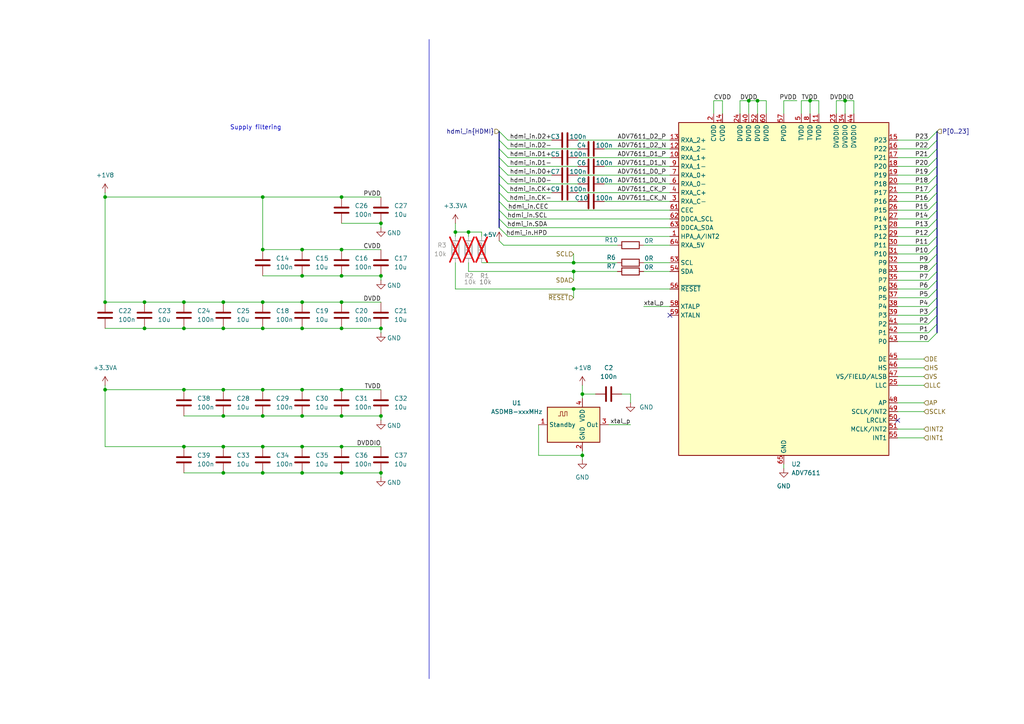
<source format=kicad_sch>
(kicad_sch (version 20231120) (generator "eeschema") (generator_version "8.0")
  (paper "A4")
  (lib_symbols
    (symbol "test_project:C" (pin_numbers hide) (pin_names (offset 0.254))
      (property "Reference" "C" (at 0.635 2.54 0))
      (property "Value" "C" (at 0.635 -2.54 0))
      (symbol "C_0_1"
        (polyline (pts (xy -2.032 -0.762) (xy 2.032 -0.762)) (stroke (width 0.508)))
        (polyline (pts (xy -2.032 0.762) (xy 2.032 0.762)) (stroke (width 0.508)))
      )
      (symbol "C_1_1"
        (pin passive line (at 0 3.81 270) (length 2.794) (name "~") (number "1"))
        (pin passive line (at 0 -3.81 90) (length 2.794) (name "~") (number "2"))
      )
    )
    (symbol "test_project:R" (pin_numbers hide) (pin_names (offset 0))
      (property "Reference" "R" (at 2.032 0 90))
      (property "Value" "R" (at 0 0 90))
      (symbol "R_0_1"
        (rectangle (start -1.016 -2.54) (end 1.016 2.54) (stroke (width 0.254)))
      )
      (symbol "R_1_1"
        (pin passive line (at 0 3.81 270) (length 1.27) (name "~") (number "1"))
        (pin passive line (at 0 -3.81 90) (length 1.27) (name "~") (number "2"))
      )
    )
    (symbol "test_project:ADV7611"
      (property "Reference" "U" (at -30.48 49.53 0))
      (property "Value" "ADV7611" (at 30.48 49.53 0))
      (symbol "ADV7611_0_1"
        (rectangle (start -30.48 48.26) (end 30.48 -48.26) (stroke (width 0.254)) (fill (type background)))
      )
      (symbol "ADV7611_1_1"
        (pin bidirectional line (at -33.02 15.24 0) (length 2.54) (name "HPA_A/INT2") (number "1"))
        (pin input line (at -33.02 38.1 0) (length 2.54) (name "RXA_1+") (number "10"))
        (pin power_in line (at 10.16 50.8 270) (length 2.54) (name "TVDD") (number "11"))
        (pin input line (at -33.02 40.64 0) (length 2.54) (name "RXA_2-") (number "12"))
        (pin input line (at -33.02 43.18 0) (length 2.54) (name "RXA_2+") (number "13"))
        (pin power_in line (at -17.78 50.8 270) (length 2.54) (name "CVDD") (number "14"))
        (pin output line (at 33.02 43.18 180) (length 2.54) (name "P23") (number "15"))
        (pin output line (at 33.02 40.64 180) (length 2.54) (name "P22") (number "16"))
        (pin output line (at 33.02 38.1 180) (length 2.54) (name "P21") (number "17"))
        (pin output line (at 33.02 35.56 180) (length 2.54) (name "P20") (number "18"))
        (pin output line (at 33.02 33.02 180) (length 2.54) (name "P19") (number "19"))
        (pin power_in line (at -20.32 50.8 270) (length 2.54) (name "CVDD") (number "2"))
        (pin output line (at 33.02 30.48 180) (length 2.54) (name "P18") (number "20"))
        (pin output line (at 33.02 27.94 180) (length 2.54) (name "P17") (number "21"))
        (pin output line (at 33.02 25.4 180) (length 2.54) (name "P16") (number "22"))
        (pin power_in line (at 15.24 50.8 270) (length 2.54) (name "DVDDIO") (number "23"))
        (pin power_in line (at -12.7 50.8 270) (length 2.54) (name "DVDD") (number "24"))
        (pin output line (at 33.02 -27.94 180) (length 2.54) (name "LLC") (number "25"))
        (pin output line (at 33.02 22.86 180) (length 2.54) (name "P15") (number "26"))
        (pin output line (at 33.02 20.32 180) (length 2.54) (name "P14") (number "27"))
        (pin output line (at 33.02 17.78 180) (length 2.54) (name "P13") (number "28"))
        (pin output line (at 33.02 15.24 180) (length 2.54) (name "P12") (number "29"))
        (pin input line (at -33.02 25.4 0) (length 2.54) (name "RXA_C-") (number "3"))
        (pin output line (at 33.02 12.7 180) (length 2.54) (name "P11") (number "30"))
        (pin output line (at 33.02 10.16 180) (length 2.54) (name "P10") (number "31"))
        (pin output line (at 33.02 7.62 180) (length 2.54) (name "P9") (number "32"))
        (pin output line (at 33.02 5.08 180) (length 2.54) (name "P8") (number "33"))
        (pin power_in line (at 17.78 50.8 270) (length 2.54) (name "DVDDIO") (number "34"))
        (pin output line (at 33.02 2.54 180) (length 2.54) (name "P7") (number "35"))
        (pin output line (at 33.02 0 180) (length 2.54) (name "P6") (number "36"))
        (pin output line (at 33.02 -2.54 180) (length 2.54) (name "P5") (number "37"))
        (pin output line (at 33.02 -5.08 180) (length 2.54) (name "P4") (number "38"))
        (pin output line (at 33.02 -7.62 180) (length 2.54) (name "P3") (number "39"))
        (pin input line (at -33.02 27.94 0) (length 2.54) (name "RXA_C+") (number "4"))
        (pin power_in line (at -10.16 50.8 270) (length 2.54) (name "DVDD") (number "40"))
        (pin output line (at 33.02 -10.16 180) (length 2.54) (name "P2") (number "41"))
        (pin output line (at 33.02 -12.7 180) (length 2.54) (name "P1") (number "42"))
        (pin output line (at 33.02 -15.24 180) (length 2.54) (name "P0") (number "43"))
        (pin power_in line (at 20.32 50.8 270) (length 2.54) (name "DVDDIO") (number "44"))
        (pin output line (at 33.02 -20.32 180) (length 2.54) (name "DE") (number "45"))
        (pin output line (at 33.02 -22.86 180) (length 2.54) (name "HS") (number "46"))
        (pin bidirectional line (at 33.02 -25.4 180) (length 2.54) (name "VS/FIELD/ALSB") (number "47"))
        (pin output line (at 33.02 -33.02 180) (length 2.54) (name "AP") (number "48"))
        (pin output line (at 33.02 -35.56 180) (length 2.54) (name "SCLK/INT2") (number "49"))
        (pin power_in line (at 5.08 50.8 270) (length 2.54) (name "TVDD") (number "5"))
        (pin output line (at 33.02 -38.1 180) (length 2.54) (name "LRCLK") (number "50"))
        (pin output line (at 33.02 -40.64 180) (length 2.54) (name "MCLK/INT2") (number "51"))
        (pin power_in line (at -7.62 50.8 270) (length 2.54) (name "DVDD") (number "52"))
        (pin input line (at -33.02 7.62 0) (length 2.54) (name "SCL") (number "53"))
        (pin bidirectional line (at -33.02 5.08 0) (length 2.54) (name "SDA") (number "54"))
        (pin output line (at 33.02 -43.18 180) (length 2.54) (name "INT1") (number "55"))
        (pin input line (at -33.02 0 0) (length 2.54) (name "~{RESET}") (number "56"))
        (pin power_in line (at 0 50.8 270) (length 2.54) (name "PVDD") (number "57"))
        (pin input line (at -33.02 -5.08 0) (length 2.54) (name "XTALP") (number "58"))
        (pin input line (at -33.02 -7.62 0) (length 2.54) (name "XTALN") (number "59"))
        (pin input line (at -33.02 30.48 0) (length 2.54) (name "RXA_0-") (number "6"))
        (pin power_in line (at -5.08 50.8 270) (length 2.54) (name "DVDD") (number "60"))
        (pin bidirectional line (at -33.02 22.86 0) (length 2.54) (name "CEC") (number "61"))
        (pin input line (at -33.02 20.32 0) (length 2.54) (name "DDCA_SCL") (number "62"))
        (pin bidirectional line (at -33.02 17.78 0) (length 2.54) (name "DDCA_SDA") (number "63"))
        (pin input line (at -33.02 12.7 0) (length 2.54) (name "RXA_5V") (number "64"))
        (pin power_in line (at 0 -50.8 90) (length 2.54) (name "GND") (number "65"))
        (pin input line (at -33.02 33.02 0) (length 2.54) (name "RXA_0+") (number "7"))
        (pin power_in line (at 7.62 50.8 270) (length 2.54) (name "TVDD") (number "8"))
        (pin input line (at -33.02 35.56 0) (length 2.54) (name "RXA_1-") (number "9"))
      )
    )
    (symbol "test_project:ASDMB-xxxMHz"
      (property "Reference" "U" (at -6.35 6.35 0))
      (property "Value" "ASDMB-xxxMHz" (at 11.43 6.35 0))
      (symbol "ASDMB-xxxMHz_1_1"
        (rectangle (start -7.62 5.08) (end 7.62 -5.08) (stroke (width 0.254)) (fill (type background)))
        (polyline (pts (xy -4.445 2.54) (xy -3.81 2.54) (xy -3.81 3.81) (xy -3.175 3.81) (xy -3.175 2.54) (xy -2.54 2.54) (xy -2.54 3.81) (xy -1.905 3.81) (xy -1.905 2.54)))
        (pin input line (at -10.16 0 0) (length 2.54) (name "Standby") (number "1"))
        (pin power_in line (at 2.54 -7.62 90) (length 2.54) (name "GND") (number "2"))
        (pin output line (at 10.16 0 180) (length 2.54) (name "Out") (number "3"))
        (pin power_in line (at 2.54 7.62 270) (length 2.54) (name "VDD") (number "4"))
      )
    )
    (symbol "test_project:+1V8" (power) (pin_numbers hide) (pin_names (offset 0) hide)
      (property "Value" "+1V8" (at 0 3.556 0))
      (symbol "+1V8_0_1"
        (polyline (pts (xy -0.762 1.27) (xy 0 2.54)))
        (polyline (pts (xy 0 0) (xy 0 2.54)))
        (polyline (pts (xy 0 2.54) (xy 0.762 1.27)))
      )
      (symbol "+1V8_1_1"
        (pin power_in line (at 0 0 90) (length 0) (name "~") (number "1"))
      )
    )
    (symbol "test_project:+3.3VA" (power) (pin_numbers hide) (pin_names (offset 0) hide)
      (property "Value" "+3.3VA" (at 0 3.556 0))
      (symbol "+3.3VA_0_1"
        (polyline (pts (xy -0.762 1.27) (xy 0 2.54)))
        (polyline (pts (xy 0 0) (xy 0 2.54)))
        (polyline (pts (xy 0 2.54) (xy 0.762 1.27)))
      )
      (symbol "+3.3VA_1_1"
        (pin power_in line (at 0 0 90) (length 0) (name "~") (number "1"))
      )
    )
    (symbol "test_project:+5V" (power) (pin_numbers hide) (pin_names (offset 0) hide)
      (property "Value" "+5V" (at 0 3.556 0))
      (symbol "+5V_0_1"
        (polyline (pts (xy -0.762 1.27) (xy 0 2.54)))
        (polyline (pts (xy 0 0) (xy 0 2.54)))
        (polyline (pts (xy 0 2.54) (xy 0.762 1.27)))
      )
      (symbol "+5V_1_1"
        (pin power_in line (at 0 0 90) (length 0) (name "~") (number "1"))
      )
    )
    (symbol "test_project:GND" (power) (pin_numbers hide) (pin_names (offset 0) hide)
      (property "Value" "GND" (at 0 -3.81 0))
      (symbol "GND_0_1"
        (polyline (pts (xy 0 0) (xy 0 -1.27) (xy 1.27 -1.27) (xy 0 -2.54) (xy -1.27 -1.27) (xy 0 -1.27)))
      )
      (symbol "GND_1_1"
        (pin power_in line (at 0 0 270) (length 0) (name "~") (number "1"))
      )
    )
  )
  (junction (at 87.63 137.16))
  (junction (at 41.91 87.63))
  (junction (at 76.2 120.65))
  (junction (at 87.63 113.03))
  (junction (at 87.63 95.25))
  (junction (at 41.91 95.25))
  (junction (at 166.37 76.2))
  (junction (at 245.11 29.21))
  (junction (at 132.08 67.31))
  (junction (at 110.49 64.77))
  (junction (at 30.48 57.15))
  (junction (at 168.91 114.3))
  (junction (at 166.37 83.82))
  (junction (at 64.77 95.25))
  (junction (at 166.37 78.74))
  (junction (at 110.49 137.16))
  (junction (at 99.06 113.03))
  (junction (at 30.48 113.03))
  (junction (at 168.91 132.08))
  (junction (at 99.06 72.39))
  (junction (at 99.06 80.01))
  (junction (at 99.06 95.25))
  (junction (at 64.77 129.54))
  (junction (at 30.48 87.63))
  (junction (at 76.2 87.63))
  (junction (at 87.63 120.65))
  (junction (at 234.95 29.21))
  (junction (at 76.2 129.54))
  (junction (at 64.77 120.65))
  (junction (at 53.34 113.03))
  (junction (at 76.2 95.25))
  (junction (at 64.77 137.16))
  (junction (at 53.34 95.25))
  (junction (at 87.63 80.01))
  (junction (at 99.06 120.65))
  (junction (at 76.2 113.03))
  (junction (at 53.34 129.54))
  (junction (at 99.06 57.15))
  (junction (at 217.17 29.21))
  (junction (at 64.77 113.03))
  (junction (at 87.63 129.54))
  (junction (at 76.2 72.39))
  (junction (at 110.49 95.25))
  (junction (at 99.06 87.63))
  (junction (at 110.49 80.01))
  (junction (at 76.2 137.16))
  (junction (at 99.06 129.54))
  (junction (at 135.89 67.31))
  (junction (at 64.77 87.63))
  (junction (at 53.34 87.63))
  (junction (at 76.2 57.15))
  (junction (at 219.71 29.21))
  (junction (at 87.63 72.39))
  (junction (at 87.63 87.63))
  (junction (at 99.06 137.16))
  (junction (at 110.49 120.65))
  (no_connect (at 194.31 91.44))
  (no_connect (at 260.35 121.92))
  (bus_entry (at 269.24 45.72) (size 2.54 -2.54))
  (bus_entry (at 144.78 50.8) (size 2.54 2.54))
  (bus_entry (at 269.24 93.98) (size 2.54 -2.54))
  (bus_entry (at 269.24 78.74) (size 2.54 -2.54))
  (bus_entry (at 269.24 68.58) (size 2.54 -2.54))
  (bus_entry (at 144.78 55.88) (size 2.54 2.54))
  (bus_entry (at 269.24 96.52) (size 2.54 -2.54))
  (bus_entry (at 269.24 53.34) (size 2.54 -2.54))
  (bus_entry (at 144.78 38.1) (size 2.54 2.54))
  (bus_entry (at 269.24 60.96) (size 2.54 -2.54))
  (bus_entry (at 269.24 48.26) (size 2.54 -2.54))
  (bus_entry (at 269.24 73.66) (size 2.54 -2.54))
  (bus_entry (at 144.78 45.72) (size 2.54 2.54))
  (bus_entry (at 269.24 43.18) (size 2.54 -2.54))
  (bus_entry (at 144.78 60.96) (size 2.54 2.54))
  (bus_entry (at 269.24 76.2) (size 2.54 -2.54))
  (bus_entry (at 144.78 43.18) (size 2.54 2.54))
  (bus_entry (at 144.78 66.04) (size 2.54 2.54))
  (bus_entry (at 269.24 50.8) (size 2.54 -2.54))
  (bus_entry (at 144.78 48.26) (size 2.54 2.54))
  (bus_entry (at 269.24 91.44) (size 2.54 -2.54))
  (bus_entry (at 269.24 83.82) (size 2.54 -2.54))
  (bus_entry (at 269.24 99.06) (size 2.54 -2.54))
  (bus_entry (at 269.24 66.04) (size 2.54 -2.54))
  (bus_entry (at 144.78 53.34) (size 2.54 2.54))
  (bus_entry (at 144.78 63.5) (size 2.54 2.54))
  (bus_entry (at 269.24 86.36) (size 2.54 -2.54))
  (bus_entry (at 269.24 55.88) (size 2.54 -2.54))
  (bus_entry (at 144.78 58.42) (size 2.54 2.54))
  (bus_entry (at 269.24 81.28) (size 2.54 -2.54))
  (bus_entry (at 269.24 58.42) (size 2.54 -2.54))
  (bus_entry (at 144.78 40.64) (size 2.54 2.54))
  (bus_entry (at 269.24 40.64) (size 2.54 -2.54))
  (bus_entry (at 269.24 63.5) (size 2.54 -2.54))
  (bus_entry (at 269.24 71.12) (size 2.54 -2.54))
  (bus_entry (at 269.24 88.9) (size 2.54 -2.54))
  (wire (pts (xy 168.91 130.81) (xy 168.91 132.08)))
  (wire (pts (xy 166.37 78.74) (xy 179.07 78.74)))
  (wire (pts (xy 156.21 132.08) (xy 168.91 132.08)))
  (wire (pts (xy 147.32 45.72) (xy 160.02 45.72)))
  (bus (pts (xy 271.78 50.8) (xy 271.78 53.34)))
  (wire (pts (xy 87.63 80.01) (xy 99.06 80.01)))
  (bus (pts (xy 144.78 45.72) (xy 144.78 48.26)))
  (wire (pts (xy 209.55 29.21) (xy 207.01 29.21)))
  (bus (pts (xy 144.78 50.8) (xy 144.78 53.34)))
  (wire (pts (xy 260.35 45.72) (xy 269.24 45.72)))
  (wire (pts (xy 99.06 57.15) (xy 110.49 57.15)))
  (wire (pts (xy 227.33 134.62) (xy 227.33 135.89)))
  (wire (pts (xy 222.25 33.02) (xy 222.25 29.21)))
  (wire (pts (xy 147.32 58.42) (xy 167.64 58.42)))
  (wire (pts (xy 260.35 50.8) (xy 269.24 50.8)))
  (wire (pts (xy 260.35 58.42) (xy 269.24 58.42)))
  (bus (pts (xy 271.78 40.64) (xy 271.78 43.18)))
  (wire (pts (xy 234.95 29.21) (xy 237.49 29.21)))
  (bus (pts (xy 271.78 73.66) (xy 271.78 76.2)))
  (wire (pts (xy 214.63 29.21) (xy 214.63 33.02)))
  (wire (pts (xy 53.34 129.54) (xy 30.48 129.54)))
  (wire (pts (xy 186.69 76.2) (xy 194.31 76.2)))
  (bus (pts (xy 271.78 86.36) (xy 271.78 88.9)))
  (wire (pts (xy 99.06 87.63) (xy 87.63 87.63)))
  (wire (pts (xy 139.7 76.2) (xy 166.37 76.2)))
  (wire (pts (xy 186.69 71.12) (xy 194.31 71.12)))
  (wire (pts (xy 175.26 53.34) (xy 194.31 53.34)))
  (bus (pts (xy 144.78 40.64) (xy 144.78 43.18)))
  (wire (pts (xy 166.37 83.82) (xy 166.37 86.36)))
  (wire (pts (xy 53.34 95.25) (xy 64.77 95.25)))
  (wire (pts (xy 172.72 114.3) (xy 168.91 114.3)))
  (wire (pts (xy 135.89 76.2) (xy 135.89 78.74)))
  (wire (pts (xy 147.32 66.04) (xy 194.31 66.04)))
  (wire (pts (xy 260.35 78.74) (xy 269.24 78.74)))
  (wire (pts (xy 30.48 95.25) (xy 41.91 95.25)))
  (wire (pts (xy 219.71 29.21) (xy 217.17 29.21)))
  (bus (pts (xy 271.78 66.04) (xy 271.78 68.58)))
  (wire (pts (xy 110.49 129.54) (xy 99.06 129.54)))
  (bus (pts (xy 144.78 60.96) (xy 144.78 63.5)))
  (wire (pts (xy 76.2 80.01) (xy 87.63 80.01)))
  (wire (pts (xy 260.35 124.46) (xy 267.97 124.46)))
  (wire (pts (xy 260.35 119.38) (xy 267.97 119.38)))
  (bus (pts (xy 271.78 58.42) (xy 271.78 60.96)))
  (wire (pts (xy 260.35 96.52) (xy 269.24 96.52)))
  (bus (pts (xy 271.78 81.28) (xy 271.78 83.82)))
  (bus (pts (xy 271.78 68.58) (xy 271.78 71.12)))
  (bus (pts (xy 144.78 58.42) (xy 144.78 60.96)))
  (wire (pts (xy 168.91 114.3) (xy 168.91 115.57)))
  (wire (pts (xy 147.32 63.5) (xy 194.31 63.5)))
  (bus (pts (xy 271.78 76.2) (xy 271.78 78.74)))
  (wire (pts (xy 135.89 67.31) (xy 139.7 67.31)))
  (wire (pts (xy 182.88 114.3) (xy 182.88 116.84)))
  (wire (pts (xy 132.08 76.2) (xy 132.08 83.82)))
  (wire (pts (xy 147.32 53.34) (xy 167.64 53.34)))
  (wire (pts (xy 260.35 99.06) (xy 269.24 99.06)))
  (bus (pts (xy 271.78 55.88) (xy 271.78 58.42)))
  (wire (pts (xy 76.2 57.15) (xy 76.2 72.39)))
  (wire (pts (xy 180.34 114.3) (xy 182.88 114.3)))
  (wire (pts (xy 99.06 113.03) (xy 87.63 113.03)))
  (wire (pts (xy 76.2 137.16) (xy 87.63 137.16)))
  (wire (pts (xy 231.14 29.21) (xy 227.33 29.21)))
  (bus (pts (xy 144.78 38.1) (xy 144.78 40.64)))
  (bus (pts (xy 271.78 71.12) (xy 271.78 73.66)))
  (wire (pts (xy 146.05 71.12) (xy 179.07 71.12)))
  (wire (pts (xy 260.35 127) (xy 267.97 127)))
  (wire (pts (xy 147.32 50.8) (xy 160.02 50.8)))
  (wire (pts (xy 76.2 72.39) (xy 87.63 72.39)))
  (wire (pts (xy 242.57 33.02) (xy 242.57 29.21)))
  (wire (pts (xy 219.71 29.21) (xy 219.71 33.02)))
  (wire (pts (xy 260.35 68.58) (xy 269.24 68.58)))
  (wire (pts (xy 53.34 137.16) (xy 64.77 137.16)))
  (wire (pts (xy 260.35 63.5) (xy 269.24 63.5)))
  (wire (pts (xy 147.32 55.88) (xy 160.02 55.88)))
  (wire (pts (xy 64.77 120.65) (xy 76.2 120.65)))
  (wire (pts (xy 260.35 93.98) (xy 269.24 93.98)))
  (wire (pts (xy 260.35 88.9) (xy 269.24 88.9)))
  (wire (pts (xy 30.48 111.76) (xy 30.48 113.03)))
  (wire (pts (xy 110.49 80.01) (xy 110.49 81.28)))
  (wire (pts (xy 87.63 113.03) (xy 76.2 113.03)))
  (wire (pts (xy 87.63 120.65) (xy 99.06 120.65)))
  (wire (pts (xy 139.7 67.31) (xy 139.7 68.58)))
  (wire (pts (xy 99.06 80.01) (xy 110.49 80.01)))
  (wire (pts (xy 110.49 120.65) (xy 110.49 121.92)))
  (wire (pts (xy 260.35 83.82) (xy 269.24 83.82)))
  (wire (pts (xy 217.17 29.21) (xy 214.63 29.21)))
  (wire (pts (xy 87.63 87.63) (xy 76.2 87.63)))
  (wire (pts (xy 260.35 73.66) (xy 269.24 73.66)))
  (wire (pts (xy 260.35 86.36) (xy 269.24 86.36)))
  (bus (pts (xy 144.78 48.26) (xy 144.78 50.8)))
  (wire (pts (xy 110.49 137.16) (xy 110.49 138.43)))
  (wire (pts (xy 222.25 29.21) (xy 219.71 29.21)))
  (wire (pts (xy 232.41 29.21) (xy 234.95 29.21)))
  (wire (pts (xy 175.26 43.18) (xy 194.31 43.18)))
  (wire (pts (xy 260.35 40.64) (xy 269.24 40.64)))
  (wire (pts (xy 146.05 71.12) (xy 144.78 69.85)))
  (wire (pts (xy 166.37 83.82) (xy 194.31 83.82)))
  (wire (pts (xy 30.48 57.15) (xy 76.2 57.15)))
  (wire (pts (xy 245.11 29.21) (xy 245.11 33.02)))
  (wire (pts (xy 234.95 29.21) (xy 234.95 33.02)))
  (wire (pts (xy 132.08 67.31) (xy 135.89 67.31)))
  (wire (pts (xy 242.57 29.21) (xy 245.11 29.21)))
  (wire (pts (xy 30.48 113.03) (xy 30.48 129.54)))
  (wire (pts (xy 166.37 73.66) (xy 166.37 76.2)))
  (wire (pts (xy 135.89 78.74) (xy 166.37 78.74)))
  (wire (pts (xy 99.06 64.77) (xy 110.49 64.77)))
  (bus (pts (xy 271.78 60.96) (xy 271.78 63.5)))
  (wire (pts (xy 186.69 78.74) (xy 194.31 78.74)))
  (polyline (pts (xy 124.46 11.43) (xy 124.46 196.85)))
  (wire (pts (xy 260.35 43.18) (xy 269.24 43.18)))
  (wire (pts (xy 260.35 106.68) (xy 267.97 106.68)))
  (wire (pts (xy 41.91 95.25) (xy 53.34 95.25)))
  (wire (pts (xy 53.34 87.63) (xy 41.91 87.63)))
  (wire (pts (xy 87.63 95.25) (xy 99.06 95.25)))
  (wire (pts (xy 87.63 137.16) (xy 99.06 137.16)))
  (wire (pts (xy 260.35 81.28) (xy 269.24 81.28)))
  (wire (pts (xy 166.37 78.74) (xy 166.37 81.28)))
  (wire (pts (xy 147.32 43.18) (xy 167.64 43.18)))
  (wire (pts (xy 260.35 109.22) (xy 267.97 109.22)))
  (wire (pts (xy 147.32 40.64) (xy 160.02 40.64)))
  (wire (pts (xy 147.32 68.58) (xy 194.31 68.58)))
  (wire (pts (xy 99.06 129.54) (xy 87.63 129.54)))
  (wire (pts (xy 209.55 33.02) (xy 209.55 29.21)))
  (bus (pts (xy 144.78 55.88) (xy 144.78 58.42)))
  (wire (pts (xy 260.35 91.44) (xy 269.24 91.44)))
  (wire (pts (xy 168.91 111.76) (xy 168.91 114.3)))
  (wire (pts (xy 64.77 137.16) (xy 76.2 137.16)))
  (wire (pts (xy 207.01 29.21) (xy 207.01 33.02)))
  (bus (pts (xy 271.78 63.5) (xy 271.78 66.04)))
  (bus (pts (xy 271.78 91.44) (xy 271.78 93.98)))
  (wire (pts (xy 30.48 57.15) (xy 30.48 87.63)))
  (wire (pts (xy 132.08 64.77) (xy 132.08 67.31)))
  (wire (pts (xy 260.35 71.12) (xy 269.24 71.12)))
  (wire (pts (xy 64.77 87.63) (xy 76.2 87.63)))
  (wire (pts (xy 260.35 76.2) (xy 269.24 76.2)))
  (wire (pts (xy 110.49 95.25) (xy 110.49 96.52)))
  (wire (pts (xy 175.26 58.42) (xy 194.31 58.42)))
  (bus (pts (xy 271.78 48.26) (xy 271.78 50.8)))
  (wire (pts (xy 110.49 64.77) (xy 110.49 66.04)))
  (wire (pts (xy 99.06 95.25) (xy 110.49 95.25)))
  (wire (pts (xy 87.63 129.54) (xy 76.2 129.54)))
  (wire (pts (xy 99.06 137.16) (xy 110.49 137.16)))
  (wire (pts (xy 175.26 48.26) (xy 194.31 48.26)))
  (wire (pts (xy 247.65 29.21) (xy 247.65 33.02)))
  (wire (pts (xy 30.48 55.88) (xy 30.48 57.15)))
  (wire (pts (xy 232.41 29.21) (xy 232.41 33.02)))
  (wire (pts (xy 64.77 113.03) (xy 53.34 113.03)))
  (wire (pts (xy 260.35 111.76) (xy 267.97 111.76)))
  (wire (pts (xy 260.35 66.04) (xy 269.24 66.04)))
  (bus (pts (xy 271.78 83.82) (xy 271.78 86.36)))
  (wire (pts (xy 53.34 120.65) (xy 64.77 120.65)))
  (wire (pts (xy 110.49 87.63) (xy 99.06 87.63)))
  (wire (pts (xy 260.35 116.84) (xy 267.97 116.84)))
  (wire (pts (xy 64.77 129.54) (xy 76.2 129.54)))
  (wire (pts (xy 147.32 60.96) (xy 194.31 60.96)))
  (bus (pts (xy 271.78 53.34) (xy 271.78 55.88)))
  (wire (pts (xy 64.77 87.63) (xy 53.34 87.63)))
  (wire (pts (xy 217.17 29.21) (xy 217.17 33.02)))
  (wire (pts (xy 176.53 123.19) (xy 182.88 123.19)))
  (wire (pts (xy 147.32 48.26) (xy 167.64 48.26)))
  (bus (pts (xy 271.78 88.9) (xy 271.78 91.44)))
  (wire (pts (xy 166.37 76.2) (xy 179.07 76.2)))
  (wire (pts (xy 260.35 55.88) (xy 269.24 55.88)))
  (wire (pts (xy 156.21 123.19) (xy 156.21 132.08)))
  (bus (pts (xy 271.78 45.72) (xy 271.78 48.26)))
  (bus (pts (xy 144.78 63.5) (xy 144.78 66.04)))
  (wire (pts (xy 87.63 72.39) (xy 99.06 72.39)))
  (wire (pts (xy 237.49 33.02) (xy 237.49 29.21)))
  (wire (pts (xy 168.91 132.08) (xy 168.91 133.35)))
  (bus (pts (xy 271.78 78.74) (xy 271.78 81.28)))
  (wire (pts (xy 167.64 40.64) (xy 194.31 40.64)))
  (wire (pts (xy 260.35 48.26) (xy 269.24 48.26)))
  (wire (pts (xy 260.35 104.14) (xy 267.97 104.14)))
  (wire (pts (xy 64.77 95.25) (xy 76.2 95.25)))
  (bus (pts (xy 271.78 38.1) (xy 271.78 40.64)))
  (wire (pts (xy 167.64 55.88) (xy 194.31 55.88)))
  (wire (pts (xy 227.33 29.21) (xy 227.33 33.02)))
  (wire (pts (xy 76.2 57.15) (xy 99.06 57.15)))
  (wire (pts (xy 99.06 72.39) (xy 110.49 72.39)))
  (wire (pts (xy 110.49 113.03) (xy 99.06 113.03)))
  (bus (pts (xy 271.78 93.98) (xy 271.78 96.52)))
  (wire (pts (xy 167.64 45.72) (xy 194.31 45.72)))
  (wire (pts (xy 99.06 120.65) (xy 110.49 120.65)))
  (wire (pts (xy 132.08 83.82) (xy 166.37 83.82)))
  (wire (pts (xy 41.91 87.63) (xy 30.48 87.63)))
  (wire (pts (xy 260.35 60.96) (xy 269.24 60.96)))
  (wire (pts (xy 30.48 113.03) (xy 53.34 113.03)))
  (wire (pts (xy 167.64 50.8) (xy 194.31 50.8)))
  (wire (pts (xy 186.69 88.9) (xy 194.31 88.9)))
  (wire (pts (xy 64.77 113.03) (xy 76.2 113.03)))
  (bus (pts (xy 271.78 43.18) (xy 271.78 45.72)))
  (wire (pts (xy 76.2 120.65) (xy 87.63 120.65)))
  (bus (pts (xy 144.78 43.18) (xy 144.78 45.72)))
  (bus (pts (xy 144.78 53.34) (xy 144.78 55.88)))
  (wire (pts (xy 64.77 129.54) (xy 53.34 129.54)))
  (wire (pts (xy 135.89 67.31) (xy 135.89 68.58)))
  (wire (pts (xy 132.08 67.31) (xy 132.08 68.58)))
  (wire (pts (xy 260.35 53.34) (xy 269.24 53.34)))
  (wire (pts (xy 76.2 95.25) (xy 87.63 95.25)))
  (wire (pts (xy 245.11 29.21) (xy 247.65 29.21)))
  (text "Supply filtering" (at 74.168 37.084 0) (effects (font (size 1.27 1.27))))
  (label "P17" (at 269.24 55.88 180))
  (label "CVDD" (at 207.01 29.21 0))
  (label "ADV7611_CK_N" (at 179.07 58.42 0))
  (label "hdmi_in.CEC" (at 147.32 60.96 0))
  (label "P19" (at 269.24 50.8 180))
  (label "ADV7611_D2_N" (at 179.07 43.18 0))
  (label "P20" (at 269.24 48.26 180))
  (label "P22" (at 269.24 43.18 180))
  (label "P12" (at 269.24 68.58 180))
  (label "ADV7611_D0_P" (at 179.07 50.8 0))
  (label "hdmi_in.D0-" (at 160.02 53.34 180))
  (label "P10" (at 269.24 73.66 180))
  (label "hdmi_in.D1-" (at 160.02 48.26 180))
  (label "DVDD" (at 110.49 87.63 180))
  (label "xtal_p" (at 182.88 123.19 180))
  (label "P23" (at 269.24 40.64 180))
  (label "P0" (at 269.24 99.06 180))
  (label "P16" (at 269.24 58.42 180))
  (label "PVDD" (at 110.49 57.15 180))
  (label "CVDD" (at 110.49 72.39 180))
  (label "P5" (at 269.24 86.36 180))
  (label "hdmi_in.D2-" (at 160.02 43.18 180))
  (label "DVDDIO" (at 110.49 129.54 180))
  (label "hdmi_in.SDA" (at 158.75 66.04 180))
  (label "P21" (at 269.24 45.72 180))
  (label "P4" (at 269.24 88.9 180))
  (label "ADV7611_D1_P" (at 179.07 45.72 0))
  (label "hdmi_in.CK+" (at 160.02 55.88 180))
  (label "P14" (at 269.24 63.5 180))
  (label "P15" (at 269.24 60.96 180))
  (label "TVDD" (at 232.41 29.21 0))
  (label "P13" (at 269.24 66.04 180))
  (label "P9" (at 269.24 76.2 180))
  (label "ADV7611_CK_P" (at 179.07 55.88 0))
  (label "TVDD" (at 110.49 113.03 180))
  (label "P18" (at 269.24 53.34 180))
  (label "hdmi_in.D0+" (at 160.02 50.8 180))
  (label "hdmi_in.D1+" (at 160.02 45.72 180))
  (label "DVDD" (at 214.63 29.21 0))
  (label "P1" (at 269.24 96.52 180))
  (label "PVDD" (at 231.14 29.21 180))
  (label "P7" (at 269.24 81.28 180))
  (label "ADV7611_D0_N" (at 179.07 53.34 0))
  (label "hdmi_in.D2+" (at 160.02 40.64 180))
  (label "hdmi_in.CK-" (at 160.02 58.42 180))
  (label "hdmi_in.SCL" (at 158.75 63.5 180))
  (label "xtal_p" (at 186.69 88.9 0))
  (label "ADV7611_D2_P" (at 179.07 40.64 0))
  (label "ADV7611_D1_N" (at 179.07 48.26 0))
  (label "DVDDIO" (at 247.65 29.21 180))
  (label "P8" (at 269.24 78.74 180))
  (label "P6" (at 269.24 83.82 180))
  (label "P3" (at 269.24 91.44 180))
  (label "P2" (at 269.24 93.98 180))
  (label "P11" (at 269.24 71.12 180))
  (label "hdmi_in.HPD" (at 158.75 68.58 180))
  (hierarchical_label "hdmi_in{HDMI}" (shape input) (at 144.78 38.1 180))
  (hierarchical_label "SCL" (shape input) (at 166.37 73.66 180))
  (hierarchical_label "SCLK" (shape input) (at 267.97 119.38 0))
  (hierarchical_label "~{RESET}" (shape input) (at 166.37 86.36 180))
  (hierarchical_label "HS" (shape input) (at 267.97 106.68 0))
  (hierarchical_label "INT1" (shape input) (at 267.97 127 0))
  (hierarchical_label "LLC" (shape input) (at 267.97 111.76 0))
  (hierarchical_label "SDA" (shape input) (at 166.37 81.28 180))
  (hierarchical_label "DE" (shape input) (at 267.97 104.14 0))
  (hierarchical_label "AP" (shape input) (at 267.97 116.84 0))
  (hierarchical_label "P[0..23]" (shape input) (at 271.78 38.1 0))
  (hierarchical_label "INT2" (shape input) (at 267.97 124.46 0))
  (hierarchical_label "VS" (shape input) (at 267.97 109.22 0))
  (symbol (lib_id "test_project:ASDMB-xxxMHz") (at 166.37 123.19 0) (unit 1)
    (property "Reference" "U1" (at 149.86 116.8714 0))
    (property "Value" "ASDMB-xxxMHz" (at 149.86 119.4114 0))
    (property "Footprint" "test_project-footprints:Oscillator_SMD_Abracon_ASDMB-4Pin_2.5x2.0mm" (effects (hide yes)))
    (property "Datasheet" "https://abracon.com/Oscillators/ASDMB.pdf" (effects (hide yes)))
    (property "Description" "1.8-3.3V SMD Ultra Miniature Crystal Clock Oscillator, Abracon" (effects (hide yes)))
    (property "MPN" "ASDMB-28.6363MHz-XY" (effects (hide yes)))
    (property "Output Load" "15pF" (effects (hide yes)))
  )
  (symbol (lib_id "test_project:C") (at 110.49 91.44 0) (unit 1)
    (property "Reference" "C21" (at 114.3 90.1699 0) (effects (justify left)))
    (property "Value" "10u" (at 114.3 92.7099 0) (effects (justify left)))
    (property "Footprint" "test_project-footprints:C_0402_1005Metric" (effects (hide yes)))
    (property "Description" "Unpolarized capacitor" (effects (hide yes)))
  )
  (symbol (lib_id "test_project:GND") (at 110.49 121.92 0) (unit 1)
    (property "Reference" "#PWR028" (effects (hide yes)))
    (property "Value" "GND" (at 114.3 123.444 0))
    (property "Description" "Power symbol creates a global label with name \"GND\" , ground" (effects (hide yes)))
  )
  (symbol (lib_id "test_project:GND") (at 182.88 116.84 0) (unit 1)
    (property "Reference" "#PWR04" (effects (hide yes)))
    (property "Value" "GND" (at 185.42 118.1099 0) (effects (justify left)))
    (property "Description" "Power symbol creates a global label with name \"GND\" , ground" (effects (hide yes)))
  )
  (symbol (lib_id "test_project:R") (at 139.7 72.39 0) (unit 1) (in_bom no) (dnp yes)
    (property "Reference" "R1" (at 139.192 80.01 0) (effects (justify left)))
    (property "Value" "10k" (at 138.938 81.788 0) (effects (justify left)))
    (property "Footprint" "test_project-footprints:R_0402_1005Metric" (effects (hide yes)))
    (property "Description" "Resistor" (effects (hide yes)))
    (property "DNP" "DNP" (at 139.7 72.136 90))
  )
  (symbol (lib_id "test_project:C") (at 99.06 60.96 0) (unit 1)
    (property "Reference" "C26" (at 102.87 59.6899 0) (effects (justify left)))
    (property "Value" "100n" (at 102.87 62.2299 0) (effects (justify left)))
    (property "Footprint" "test_project-footprints:C_0402_1005Metric" (effects (hide yes)))
    (property "Description" "Unpolarized capacitor" (effects (hide yes)))
  )
  (symbol (lib_id "test_project:+3.3VA") (at 132.08 64.77 0) (unit 1)
    (property "Reference" "#PWR08" (effects (hide yes)))
    (property "Value" "+3.3VA" (at 132.08 59.69 0))
    (property "Description" "Power symbol creates a global label with name \"+3.3VA\"" (effects (hide yes)))
  )
  (symbol (lib_id "test_project:+1V8") (at 168.91 111.76 0) (unit 1)
    (property "Reference" "#PWR05" (effects (hide yes)))
    (property "Value" "+1V8" (at 168.91 106.68 0))
    (property "Description" "Power symbol creates a global label with name \"+1V8\"" (effects (hide yes)))
  )
  (symbol (lib_id "test_project:C") (at 163.83 40.64 90) (unit 1)
    (property "Reference" "C3" (at 161.036 39.624 90))
    (property "Value" "100n" (at 167.64 39.624 90))
    (property "Footprint" "test_project-footprints:C_0402_1005Metric" (effects (hide yes)))
    (property "Description" "Unpolarized capacitor" (effects (hide yes)))
  )
  (symbol (lib_id "test_project:C") (at 53.34 133.35 0) (unit 1)
    (property "Reference" "C39" (at 57.15 132.0799 0) (effects (justify left)))
    (property "Value" "100n" (at 57.15 134.6199 0) (effects (justify left)))
    (property "Footprint" "test_project-footprints:C_0402_1005Metric" (effects (hide yes)))
    (property "Description" "Unpolarized capacitor" (effects (hide yes)))
  )
  (symbol (lib_id "test_project:C") (at 64.77 116.84 0) (unit 1)
    (property "Reference" "C28" (at 68.58 115.5699 0) (effects (justify left)))
    (property "Value" "10u" (at 68.58 118.1099 0) (effects (justify left)))
    (property "Footprint" "test_project-footprints:C_0402_1005Metric" (effects (hide yes)))
    (property "Description" "Unpolarized capacitor" (effects (hide yes)))
  )
  (symbol (lib_id "test_project:GND") (at 110.49 81.28 0) (unit 1)
    (property "Reference" "#PWR026" (effects (hide yes)))
    (property "Value" "GND" (at 114.3 82.804 0))
    (property "Description" "Power symbol creates a global label with name \"GND\" , ground" (effects (hide yes)))
  )
  (symbol (lib_id "test_project:R") (at 182.88 78.74 90) (unit 1)
    (property "Reference" "R7" (at 177.292 77.216 90))
    (property "Value" "0R" (at 188.214 77.47 90))
    (property "Footprint" "test_project-footprints:R_0402_1005Metric" (effects (hide yes)))
    (property "Description" "Resistor" (effects (hide yes)))
  )
  (symbol (lib_id "test_project:R") (at 182.88 76.2 90) (unit 1)
    (property "Reference" "R6" (at 177.292 74.676 90))
    (property "Value" "0R" (at 188.214 74.93 90))
    (property "Footprint" "test_project-footprints:R_0402_1005Metric" (effects (hide yes)))
    (property "Description" "Resistor" (effects (hide yes)))
  )
  (symbol (lib_id "test_project:GND") (at 110.49 66.04 0) (unit 1)
    (property "Reference" "#PWR029" (effects (hide yes)))
    (property "Value" "GND" (at 114.3 67.564 0))
    (property "Description" "Power symbol creates a global label with name \"GND\" , ground" (effects (hide yes)))
  )
  (symbol (lib_id "test_project:C") (at 53.34 116.84 0) (unit 1)
    (property "Reference" "C38" (at 57.15 115.5699 0) (effects (justify left)))
    (property "Value" "100n" (at 57.15 118.1099 0) (effects (justify left)))
    (property "Footprint" "test_project-footprints:C_0402_1005Metric" (effects (hide yes)))
    (property "Description" "Unpolarized capacitor" (effects (hide yes)))
  )
  (symbol (lib_id "test_project:C") (at 110.49 60.96 0) (unit 1)
    (property "Reference" "C27" (at 114.3 59.6899 0) (effects (justify left)))
    (property "Value" "10u" (at 114.3 62.2299 0) (effects (justify left)))
    (property "Footprint" "test_project-footprints:C_0402_1005Metric" (effects (hide yes)))
    (property "Description" "Unpolarized capacitor" (effects (hide yes)))
  )
  (symbol (lib_id "test_project:C") (at 76.2 76.2 0) (unit 1)
    (property "Reference" "C14" (at 80.01 74.9299 0) (effects (justify left)))
    (property "Value" "100n" (at 80.01 77.4699 0) (effects (justify left)))
    (property "Footprint" "test_project-footprints:C_0402_1005Metric" (effects (hide yes)))
    (property "Description" "Unpolarized capacitor" (effects (hide yes)))
  )
  (symbol (lib_id "test_project:C") (at 99.06 116.84 0) (unit 1)
    (property "Reference" "C31" (at 102.87 115.5699 0) (effects (justify left)))
    (property "Value" "100n" (at 102.87 118.1099 0) (effects (justify left)))
    (property "Footprint" "test_project-footprints:C_0402_1005Metric" (effects (hide yes)))
    (property "Description" "Unpolarized capacitor" (effects (hide yes)))
  )
  (symbol (lib_id "test_project:C") (at 87.63 76.2 0) (unit 1)
    (property "Reference" "C15" (at 91.44 74.9299 0) (effects (justify left)))
    (property "Value" "10u" (at 91.44 77.4699 0) (effects (justify left)))
    (property "Footprint" "test_project-footprints:C_0402_1005Metric" (effects (hide yes)))
    (property "Description" "Unpolarized capacitor" (effects (hide yes)))
  )
  (symbol (lib_id "test_project:R") (at 182.88 71.12 90) (unit 1)
    (property "Reference" "R10" (at 177.292 69.596 90))
    (property "Value" "0R" (at 188.214 69.85 90))
    (property "Footprint" "test_project-footprints:R_0402_1005Metric" (effects (hide yes)))
    (property "Description" "Resistor" (effects (hide yes)))
  )
  (symbol (lib_id "test_project:C") (at 171.45 43.18 90) (unit 1)
    (property "Reference" "C4" (at 168.656 42.164 90))
    (property "Value" "100n" (at 175.26 42.164 90))
    (property "Footprint" "test_project-footprints:C_0402_1005Metric" (effects (hide yes)))
    (property "Description" "Unpolarized capacitor" (effects (hide yes)))
  )
  (symbol (lib_id "test_project:C") (at 171.45 53.34 90) (unit 1)
    (property "Reference" "C8" (at 168.656 52.324 90))
    (property "Value" "100n" (at 175.26 52.324 90))
    (property "Footprint" "test_project-footprints:C_0402_1005Metric" (effects (hide yes)))
    (property "Description" "Unpolarized capacitor" (effects (hide yes)))
  )
  (symbol (lib_id "test_project:C") (at 110.49 116.84 0) (unit 1)
    (property "Reference" "C32" (at 114.3 115.5699 0) (effects (justify left)))
    (property "Value" "10u" (at 114.3 118.1099 0) (effects (justify left)))
    (property "Footprint" "test_project-footprints:C_0402_1005Metric" (effects (hide yes)))
    (property "Description" "Unpolarized capacitor" (effects (hide yes)))
  )
  (symbol (lib_id "test_project:GND") (at 168.91 133.35 0) (unit 1)
    (property "Reference" "#PWR06" (effects (hide yes)))
    (property "Value" "GND" (at 168.91 138.43 0))
    (property "Description" "Power symbol creates a global label with name \"GND\" , ground" (effects (hide yes)))
  )
  (symbol (lib_id "test_project:C") (at 171.45 58.42 90) (unit 1)
    (property "Reference" "C10" (at 168.656 57.404 90))
    (property "Value" "100n" (at 175.26 57.404 90))
    (property "Footprint" "test_project-footprints:C_0402_1005Metric" (effects (hide yes)))
    (property "Description" "Unpolarized capacitor" (effects (hide yes)))
  )
  (symbol (lib_id "test_project:C") (at 41.91 91.44 0) (unit 1)
    (property "Reference" "C23" (at 45.72 90.1699 0) (effects (justify left)))
    (property "Value" "10u" (at 45.72 92.7099 0) (effects (justify left)))
    (property "Footprint" "test_project-footprints:C_0402_1005Metric" (effects (hide yes)))
    (property "Description" "Unpolarized capacitor" (effects (hide yes)))
  )
  (symbol (lib_id "test_project:C") (at 76.2 116.84 0) (unit 1)
    (property "Reference" "C29" (at 80.01 115.5699 0) (effects (justify left)))
    (property "Value" "100n" (at 80.01 118.1099 0) (effects (justify left)))
    (property "Footprint" "test_project-footprints:C_0402_1005Metric" (effects (hide yes)))
    (property "Description" "Unpolarized capacitor" (effects (hide yes)))
  )
  (symbol (lib_id "test_project:+3.3VA") (at 30.48 111.76 0) (unit 1)
    (property "Reference" "#PWR032" (effects (hide yes)))
    (property "Value" "+3.3VA" (at 30.48 106.68 0))
    (property "Description" "Power symbol creates a global label with name \"+3.3VA\"" (effects (hide yes)))
  )
  (symbol (lib_id "test_project:C") (at 76.2 91.44 0) (unit 1)
    (property "Reference" "C18" (at 80.01 90.1699 0) (effects (justify left)))
    (property "Value" "100n" (at 80.01 92.7099 0) (effects (justify left)))
    (property "Footprint" "test_project-footprints:C_0402_1005Metric" (effects (hide yes)))
    (property "Description" "Unpolarized capacitor" (effects (hide yes)))
  )
  (symbol (lib_id "test_project:R") (at 135.89 72.39 0) (mirror y) (unit 1) (in_bom no) (dnp yes)
    (property "Reference" "R2" (at 137.414 80.01 0) (effects (justify left)))
    (property "Value" "10k" (at 138.176 81.788 0) (effects (justify left)))
    (property "Footprint" "test_project-footprints:R_0402_1005Metric" (effects (hide yes)))
    (property "Description" "Resistor" (effects (hide yes)))
    (property "DNP" "DNP" (at 135.89 72.136 90))
  )
  (symbol (lib_id "test_project:C") (at 99.06 91.44 0) (unit 1)
    (property "Reference" "C20" (at 102.87 90.1699 0) (effects (justify left)))
    (property "Value" "100n" (at 102.87 92.7099 0) (effects (justify left)))
    (property "Footprint" "test_project-footprints:C_0402_1005Metric" (effects (hide yes)))
    (property "Description" "Unpolarized capacitor" (effects (hide yes)))
  )
  (symbol (lib_id "test_project:R") (at 132.08 72.39 0) (mirror y) (unit 1) (in_bom no) (dnp yes)
    (property "Reference" "R3" (at 129.54 71.1199 0) (effects (justify left)))
    (property "Value" "10k" (at 129.54 73.6599 0) (effects (justify left)))
    (property "Footprint" "test_project-footprints:R_0402_1005Metric" (effects (hide yes)))
    (property "Description" "Resistor" (effects (hide yes)))
    (property "DNP" "DNP" (at 132.08 72.136 90))
  )
  (symbol (lib_id "test_project:C") (at 64.77 133.35 0) (unit 1)
    (property "Reference" "C33" (at 68.58 132.0799 0) (effects (justify left)))
    (property "Value" "10u" (at 68.58 134.6199 0) (effects (justify left)))
    (property "Footprint" "test_project-footprints:C_0402_1005Metric" (effects (hide yes)))
    (property "Description" "Unpolarized capacitor" (effects (hide yes)))
  )
  (symbol (lib_id "test_project:GND") (at 110.49 138.43 0) (unit 1)
    (property "Reference" "#PWR031" (effects (hide yes)))
    (property "Value" "GND" (at 114.3 139.954 0))
    (property "Description" "Power symbol creates a global label with name \"GND\" , ground" (effects (hide yes)))
  )
  (symbol (lib_id "test_project:C") (at 76.2 133.35 0) (unit 1)
    (property "Reference" "C34" (at 80.01 132.0799 0) (effects (justify left)))
    (property "Value" "100n" (at 80.01 134.6199 0) (effects (justify left)))
    (property "Footprint" "test_project-footprints:C_0402_1005Metric" (effects (hide yes)))
    (property "Description" "Unpolarized capacitor" (effects (hide yes)))
  )
  (symbol (lib_id "test_project:C") (at 87.63 116.84 0) (unit 1)
    (property "Reference" "C30" (at 91.44 115.5699 0) (effects (justify left)))
    (property "Value" "10u" (at 91.44 118.1099 0) (effects (justify left)))
    (property "Footprint" "test_project-footprints:C_0402_1005Metric" (effects (hide yes)))
    (property "Description" "Unpolarized capacitor" (effects (hide yes)))
  )
  (symbol (lib_id "test_project:C") (at 30.48 91.44 0) (unit 1)
    (property "Reference" "C22" (at 34.29 90.1699 0) (effects (justify left)))
    (property "Value" "100n" (at 34.29 92.7099 0) (effects (justify left)))
    (property "Footprint" "test_project-footprints:C_0402_1005Metric" (effects (hide yes)))
    (property "Description" "Unpolarized capacitor" (effects (hide yes)))
  )
  (symbol (lib_id "test_project:C") (at 163.83 45.72 90) (unit 1)
    (property "Reference" "C5" (at 161.036 44.704 90))
    (property "Value" "100n" (at 167.64 44.704 90))
    (property "Footprint" "test_project-footprints:C_0402_1005Metric" (effects (hide yes)))
    (property "Description" "Unpolarized capacitor" (effects (hide yes)))
  )
  (symbol (lib_id "test_project:ADV7611") (at 227.33 83.82 0) (unit 1)
    (property "Reference" "U2" (at 229.5241 134.62 0) (effects (justify left)))
    (property "Value" "ADV7611" (at 229.5241 137.16 0) (effects (justify left)))
    (property "Footprint" "test_project-footprints:LQFP-64-1EP_10x10mm_P0.5mm_EP5x5mm" (effects (hide yes)))
    (property "Datasheet" "https://www.analog.com/media/en/technical-documentation/data-sheets/adv7611.pdf" (effects (hide yes)))
    (property "Description" "Low Power 165MHz HDMI Receiver, LQFP-64" (effects (hide yes)))
  )
  (symbol (lib_id "test_project:C") (at 64.77 91.44 0) (unit 1)
    (property "Reference" "C25" (at 68.58 90.1699 0) (effects (justify left)))
    (property "Value" "10u" (at 68.58 92.7099 0) (effects (justify left)))
    (property "Footprint" "test_project-footprints:C_0402_1005Metric" (effects (hide yes)))
    (property "Description" "Unpolarized capacitor" (effects (hide yes)))
  )
  (symbol (lib_id "test_project:C") (at 99.06 133.35 0) (unit 1)
    (property "Reference" "C36" (at 102.87 132.0799 0) (effects (justify left)))
    (property "Value" "100n" (at 102.87 134.6199 0) (effects (justify left)))
    (property "Footprint" "test_project-footprints:C_0402_1005Metric" (effects (hide yes)))
    (property "Description" "Unpolarized capacitor" (effects (hide yes)))
  )
  (symbol (lib_id "test_project:C") (at 87.63 91.44 0) (unit 1)
    (property "Reference" "C19" (at 91.44 90.1699 0) (effects (justify left)))
    (property "Value" "10u" (at 91.44 92.7099 0) (effects (justify left)))
    (property "Footprint" "test_project-footprints:C_0402_1005Metric" (effects (hide yes)))
    (property "Description" "Unpolarized capacitor" (effects (hide yes)))
  )
  (symbol (lib_id "test_project:C") (at 110.49 76.2 0) (unit 1)
    (property "Reference" "C17" (at 114.3 74.9299 0) (effects (justify left)))
    (property "Value" "10u" (at 114.3 77.4699 0) (effects (justify left)))
    (property "Footprint" "test_project-footprints:C_0402_1005Metric" (effects (hide yes)))
    (property "Description" "Unpolarized capacitor" (effects (hide yes)))
  )
  (symbol (lib_id "test_project:GND") (at 110.49 96.52 0) (unit 1)
    (property "Reference" "#PWR030" (effects (hide yes)))
    (property "Value" "GND" (at 114.3 98.044 0))
    (property "Description" "Power symbol creates a global label with name \"GND\" , ground" (effects (hide yes)))
  )
  (symbol (lib_id "test_project:C") (at 163.83 50.8 90) (unit 1)
    (property "Reference" "C7" (at 161.036 49.784 90))
    (property "Value" "100n" (at 167.64 49.784 90))
    (property "Footprint" "test_project-footprints:C_0402_1005Metric" (effects (hide yes)))
    (property "Description" "Unpolarized capacitor" (effects (hide yes)))
  )
  (symbol (lib_id "test_project:C") (at 171.45 48.26 90) (unit 1)
    (property "Reference" "C6" (at 168.656 47.244 90))
    (property "Value" "100n" (at 175.26 47.244 90))
    (property "Footprint" "test_project-footprints:C_0402_1005Metric" (effects (hide yes)))
    (property "Description" "Unpolarized capacitor" (effects (hide yes)))
  )
  (symbol (lib_id "test_project:C") (at 163.83 55.88 90) (unit 1)
    (property "Reference" "C9" (at 161.036 54.864 90))
    (property "Value" "100n" (at 167.64 54.864 90))
    (property "Footprint" "test_project-footprints:C_0402_1005Metric" (effects (hide yes)))
    (property "Description" "Unpolarized capacitor" (effects (hide yes)))
  )
  (symbol (lib_id "test_project:C") (at 99.06 76.2 0) (unit 1)
    (property "Reference" "C16" (at 102.87 74.9299 0) (effects (justify left)))
    (property "Value" "100n" (at 102.87 77.4699 0) (effects (justify left)))
    (property "Footprint" "test_project-footprints:C_0402_1005Metric" (effects (hide yes)))
    (property "Description" "Unpolarized capacitor" (effects (hide yes)))
  )
  (symbol (lib_id "test_project:C") (at 53.34 91.44 0) (unit 1)
    (property "Reference" "C24" (at 57.15 90.1699 0) (effects (justify left)))
    (property "Value" "100n" (at 57.15 92.7099 0) (effects (justify left)))
    (property "Footprint" "test_project-footprints:C_0402_1005Metric" (effects (hide yes)))
    (property "Description" "Unpolarized capacitor" (effects (hide yes)))
  )
  (symbol (lib_id "test_project:GND") (at 227.33 135.89 0) (unit 1)
    (property "Reference" "#PWR09" (effects (hide yes)))
    (property "Value" "GND" (at 227.33 140.97 0))
    (property "Description" "Power symbol creates a global label with name \"GND\" , ground" (effects (hide yes)))
  )
  (symbol (lib_id "test_project:C") (at 110.49 133.35 0) (unit 1)
    (property "Reference" "C37" (at 114.3 132.0799 0) (effects (justify left)))
    (property "Value" "10u" (at 114.3 134.6199 0) (effects (justify left)))
    (property "Footprint" "test_project-footprints:C_0402_1005Metric" (effects (hide yes)))
    (property "Description" "Unpolarized capacitor" (effects (hide yes)))
  )
  (symbol (lib_id "test_project:+1V8") (at 30.48 55.88 0) (unit 1)
    (property "Reference" "#PWR027" (effects (hide yes)))
    (property "Value" "+1V8" (at 30.48 50.8 0))
    (property "Description" "Power symbol creates a global label with name \"+1V8\"" (effects (hide yes)))
  )
  (symbol (lib_id "test_project:+5V") (at 144.78 69.85 0) (unit 1)
    (property "Reference" "#PWR07" (effects (hide yes)))
    (property "Value" "+5V" (at 144.018 68.072 0) (effects (justify right)))
    (property "Description" "Power symbol creates a global label with name \"+5V\"" (effects (hide yes)))
  )
  (symbol (lib_id "test_project:C") (at 176.53 114.3 270) (mirror x) (unit 1)
    (property "Reference" "C2" (at 176.53 106.68 90))
    (property "Value" "100n" (at 176.53 109.22 90))
    (property "Footprint" "test_project-footprints:C_0402_1005Metric" (effects (hide yes)))
    (property "Description" "Unpolarized capacitor" (effects (hide yes)))
  )
  (symbol (lib_id "test_project:C") (at 87.63 133.35 0) (unit 1)
    (property "Reference" "C35" (at 91.44 132.0799 0) (effects (justify left)))
    (property "Value" "10u" (at 91.44 134.6199 0) (effects (justify left)))
    (property "Footprint" "test_project-footprints:C_0402_1005Metric" (effects (hide yes)))
    (property "Description" "Unpolarized capacitor" (effects (hide yes)))
  )
)
</source>
